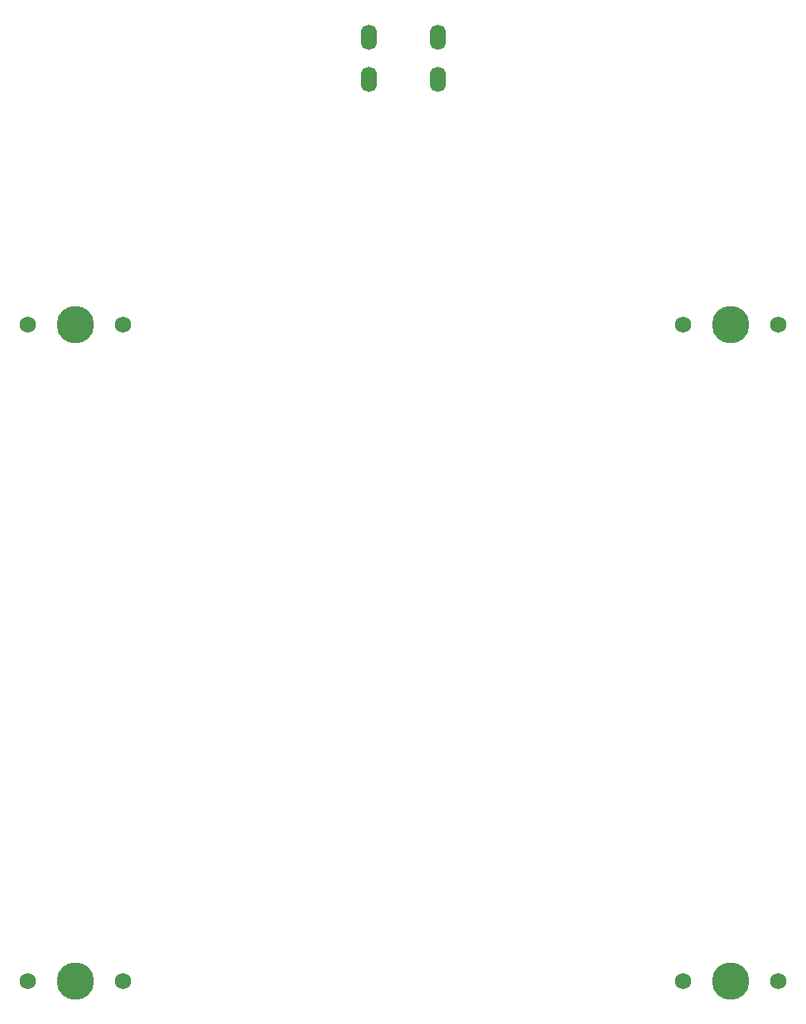
<source format=gbr>
%TF.GenerationSoftware,KiCad,Pcbnew,(6.0.7)*%
%TF.CreationDate,2022-11-22T16:32:00-03:00*%
%TF.ProjectId,BigKeysPCB,4269674b-6579-4735-9043-422e6b696361,rev?*%
%TF.SameCoordinates,Original*%
%TF.FileFunction,Soldermask,Top*%
%TF.FilePolarity,Negative*%
%FSLAX46Y46*%
G04 Gerber Fmt 4.6, Leading zero omitted, Abs format (unit mm)*
G04 Created by KiCad (PCBNEW (6.0.7)) date 2022-11-22 16:32:00*
%MOMM*%
%LPD*%
G01*
G04 APERTURE LIST*
%ADD10C,1.750000*%
%ADD11C,3.987800*%
%ADD12O,1.700000X2.700000*%
G04 APERTURE END LIST*
D10*
%TO.C,MX4*%
X180620000Y-142660000D03*
D11*
X175540000Y-142660000D03*
D10*
X170460000Y-142660000D03*
%TD*%
%TO.C,MX2*%
X100460000Y-142660000D03*
D11*
X105540000Y-142660000D03*
D10*
X110620000Y-142660000D03*
%TD*%
D11*
%TO.C,MX3*%
X175540000Y-72660000D03*
D10*
X170460000Y-72660000D03*
X180620000Y-72660000D03*
%TD*%
D11*
%TO.C,MX1*%
X105540000Y-72660000D03*
D10*
X100460000Y-72660000D03*
X110620000Y-72660000D03*
%TD*%
D12*
%TO.C,USB1*%
X136930500Y-42000000D03*
X144230500Y-42000000D03*
X136930500Y-46500000D03*
X144230500Y-46500000D03*
%TD*%
M02*

</source>
